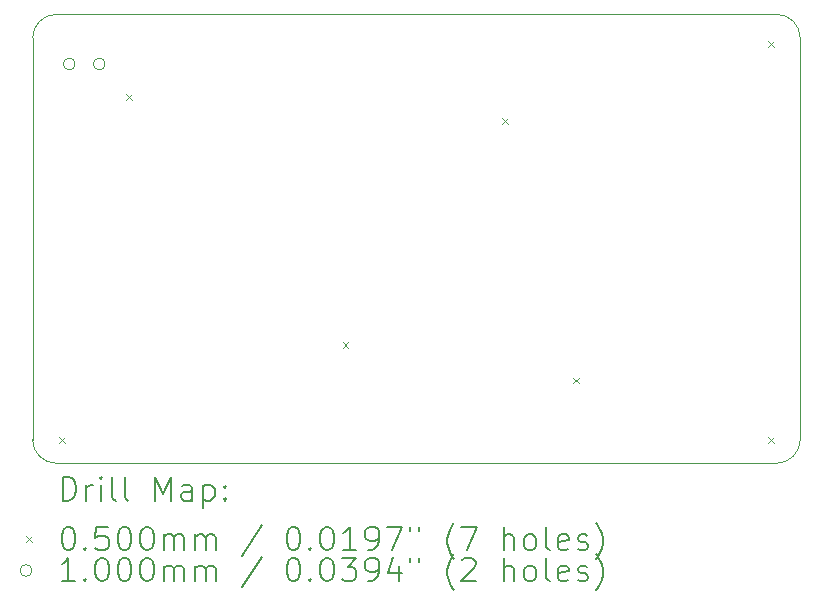
<source format=gbr>
%TF.GenerationSoftware,KiCad,Pcbnew,7.0.11*%
%TF.CreationDate,2024-11-27T22:18:02+00:00*%
%TF.ProjectId,project_x_pcb,70726f6a-6563-4745-9f78-5f7063622e6b,rev?*%
%TF.SameCoordinates,Original*%
%TF.FileFunction,Drillmap*%
%TF.FilePolarity,Positive*%
%FSLAX45Y45*%
G04 Gerber Fmt 4.5, Leading zero omitted, Abs format (unit mm)*
G04 Created by KiCad (PCBNEW 7.0.11) date 2024-11-27 22:18:02*
%MOMM*%
%LPD*%
G01*
G04 APERTURE LIST*
%ADD10C,0.100000*%
%ADD11C,0.200000*%
G04 APERTURE END LIST*
D10*
X6400000Y-8800000D02*
G75*
G03*
X6600000Y-9000000I200000J0D01*
G01*
X12900000Y-5400000D02*
G75*
G03*
X12700000Y-5200000I-200000J0D01*
G01*
X6400000Y-8800000D02*
X6400000Y-5400000D01*
X6600000Y-5200000D02*
G75*
G03*
X6400000Y-5400000I0J-200000D01*
G01*
X12900000Y-5400000D02*
X12900000Y-8800000D01*
X12700000Y-9000000D02*
X6600000Y-9000000D01*
X12700000Y-9000000D02*
G75*
G03*
X12900000Y-8800000I0J200000D01*
G01*
X6600000Y-5200000D02*
X12700000Y-5200000D01*
D11*
D10*
X6625000Y-8775000D02*
X6675000Y-8825000D01*
X6675000Y-8775000D02*
X6625000Y-8825000D01*
X7194000Y-5875000D02*
X7244000Y-5925000D01*
X7244000Y-5875000D02*
X7194000Y-5925000D01*
X9025000Y-7975000D02*
X9075000Y-8025000D01*
X9075000Y-7975000D02*
X9025000Y-8025000D01*
X10375000Y-6075000D02*
X10425000Y-6125000D01*
X10425000Y-6075000D02*
X10375000Y-6125000D01*
X10975000Y-8275000D02*
X11025000Y-8325000D01*
X11025000Y-8275000D02*
X10975000Y-8325000D01*
X12625000Y-5425000D02*
X12675000Y-5475000D01*
X12675000Y-5425000D02*
X12625000Y-5475000D01*
X12625000Y-8775000D02*
X12675000Y-8825000D01*
X12675000Y-8775000D02*
X12625000Y-8825000D01*
X6760000Y-5620000D02*
G75*
G03*
X6660000Y-5620000I-50000J0D01*
G01*
X6660000Y-5620000D02*
G75*
G03*
X6760000Y-5620000I50000J0D01*
G01*
X7014000Y-5620000D02*
G75*
G03*
X6914000Y-5620000I-50000J0D01*
G01*
X6914000Y-5620000D02*
G75*
G03*
X7014000Y-5620000I50000J0D01*
G01*
D11*
X6655777Y-9316484D02*
X6655777Y-9116484D01*
X6655777Y-9116484D02*
X6703396Y-9116484D01*
X6703396Y-9116484D02*
X6731967Y-9126008D01*
X6731967Y-9126008D02*
X6751015Y-9145055D01*
X6751015Y-9145055D02*
X6760539Y-9164103D01*
X6760539Y-9164103D02*
X6770062Y-9202198D01*
X6770062Y-9202198D02*
X6770062Y-9230770D01*
X6770062Y-9230770D02*
X6760539Y-9268865D01*
X6760539Y-9268865D02*
X6751015Y-9287912D01*
X6751015Y-9287912D02*
X6731967Y-9306960D01*
X6731967Y-9306960D02*
X6703396Y-9316484D01*
X6703396Y-9316484D02*
X6655777Y-9316484D01*
X6855777Y-9316484D02*
X6855777Y-9183150D01*
X6855777Y-9221246D02*
X6865301Y-9202198D01*
X6865301Y-9202198D02*
X6874824Y-9192674D01*
X6874824Y-9192674D02*
X6893872Y-9183150D01*
X6893872Y-9183150D02*
X6912920Y-9183150D01*
X6979586Y-9316484D02*
X6979586Y-9183150D01*
X6979586Y-9116484D02*
X6970062Y-9126008D01*
X6970062Y-9126008D02*
X6979586Y-9135531D01*
X6979586Y-9135531D02*
X6989110Y-9126008D01*
X6989110Y-9126008D02*
X6979586Y-9116484D01*
X6979586Y-9116484D02*
X6979586Y-9135531D01*
X7103396Y-9316484D02*
X7084348Y-9306960D01*
X7084348Y-9306960D02*
X7074824Y-9287912D01*
X7074824Y-9287912D02*
X7074824Y-9116484D01*
X7208158Y-9316484D02*
X7189110Y-9306960D01*
X7189110Y-9306960D02*
X7179586Y-9287912D01*
X7179586Y-9287912D02*
X7179586Y-9116484D01*
X7436729Y-9316484D02*
X7436729Y-9116484D01*
X7436729Y-9116484D02*
X7503396Y-9259341D01*
X7503396Y-9259341D02*
X7570062Y-9116484D01*
X7570062Y-9116484D02*
X7570062Y-9316484D01*
X7751015Y-9316484D02*
X7751015Y-9211722D01*
X7751015Y-9211722D02*
X7741491Y-9192674D01*
X7741491Y-9192674D02*
X7722443Y-9183150D01*
X7722443Y-9183150D02*
X7684348Y-9183150D01*
X7684348Y-9183150D02*
X7665301Y-9192674D01*
X7751015Y-9306960D02*
X7731967Y-9316484D01*
X7731967Y-9316484D02*
X7684348Y-9316484D01*
X7684348Y-9316484D02*
X7665301Y-9306960D01*
X7665301Y-9306960D02*
X7655777Y-9287912D01*
X7655777Y-9287912D02*
X7655777Y-9268865D01*
X7655777Y-9268865D02*
X7665301Y-9249817D01*
X7665301Y-9249817D02*
X7684348Y-9240293D01*
X7684348Y-9240293D02*
X7731967Y-9240293D01*
X7731967Y-9240293D02*
X7751015Y-9230770D01*
X7846253Y-9183150D02*
X7846253Y-9383150D01*
X7846253Y-9192674D02*
X7865301Y-9183150D01*
X7865301Y-9183150D02*
X7903396Y-9183150D01*
X7903396Y-9183150D02*
X7922443Y-9192674D01*
X7922443Y-9192674D02*
X7931967Y-9202198D01*
X7931967Y-9202198D02*
X7941491Y-9221246D01*
X7941491Y-9221246D02*
X7941491Y-9278389D01*
X7941491Y-9278389D02*
X7931967Y-9297436D01*
X7931967Y-9297436D02*
X7922443Y-9306960D01*
X7922443Y-9306960D02*
X7903396Y-9316484D01*
X7903396Y-9316484D02*
X7865301Y-9316484D01*
X7865301Y-9316484D02*
X7846253Y-9306960D01*
X8027205Y-9297436D02*
X8036729Y-9306960D01*
X8036729Y-9306960D02*
X8027205Y-9316484D01*
X8027205Y-9316484D02*
X8017682Y-9306960D01*
X8017682Y-9306960D02*
X8027205Y-9297436D01*
X8027205Y-9297436D02*
X8027205Y-9316484D01*
X8027205Y-9192674D02*
X8036729Y-9202198D01*
X8036729Y-9202198D02*
X8027205Y-9211722D01*
X8027205Y-9211722D02*
X8017682Y-9202198D01*
X8017682Y-9202198D02*
X8027205Y-9192674D01*
X8027205Y-9192674D02*
X8027205Y-9211722D01*
D10*
X6345000Y-9620000D02*
X6395000Y-9670000D01*
X6395000Y-9620000D02*
X6345000Y-9670000D01*
D11*
X6693872Y-9536484D02*
X6712920Y-9536484D01*
X6712920Y-9536484D02*
X6731967Y-9546008D01*
X6731967Y-9546008D02*
X6741491Y-9555531D01*
X6741491Y-9555531D02*
X6751015Y-9574579D01*
X6751015Y-9574579D02*
X6760539Y-9612674D01*
X6760539Y-9612674D02*
X6760539Y-9660293D01*
X6760539Y-9660293D02*
X6751015Y-9698389D01*
X6751015Y-9698389D02*
X6741491Y-9717436D01*
X6741491Y-9717436D02*
X6731967Y-9726960D01*
X6731967Y-9726960D02*
X6712920Y-9736484D01*
X6712920Y-9736484D02*
X6693872Y-9736484D01*
X6693872Y-9736484D02*
X6674824Y-9726960D01*
X6674824Y-9726960D02*
X6665301Y-9717436D01*
X6665301Y-9717436D02*
X6655777Y-9698389D01*
X6655777Y-9698389D02*
X6646253Y-9660293D01*
X6646253Y-9660293D02*
X6646253Y-9612674D01*
X6646253Y-9612674D02*
X6655777Y-9574579D01*
X6655777Y-9574579D02*
X6665301Y-9555531D01*
X6665301Y-9555531D02*
X6674824Y-9546008D01*
X6674824Y-9546008D02*
X6693872Y-9536484D01*
X6846253Y-9717436D02*
X6855777Y-9726960D01*
X6855777Y-9726960D02*
X6846253Y-9736484D01*
X6846253Y-9736484D02*
X6836729Y-9726960D01*
X6836729Y-9726960D02*
X6846253Y-9717436D01*
X6846253Y-9717436D02*
X6846253Y-9736484D01*
X7036729Y-9536484D02*
X6941491Y-9536484D01*
X6941491Y-9536484D02*
X6931967Y-9631722D01*
X6931967Y-9631722D02*
X6941491Y-9622198D01*
X6941491Y-9622198D02*
X6960539Y-9612674D01*
X6960539Y-9612674D02*
X7008158Y-9612674D01*
X7008158Y-9612674D02*
X7027205Y-9622198D01*
X7027205Y-9622198D02*
X7036729Y-9631722D01*
X7036729Y-9631722D02*
X7046253Y-9650770D01*
X7046253Y-9650770D02*
X7046253Y-9698389D01*
X7046253Y-9698389D02*
X7036729Y-9717436D01*
X7036729Y-9717436D02*
X7027205Y-9726960D01*
X7027205Y-9726960D02*
X7008158Y-9736484D01*
X7008158Y-9736484D02*
X6960539Y-9736484D01*
X6960539Y-9736484D02*
X6941491Y-9726960D01*
X6941491Y-9726960D02*
X6931967Y-9717436D01*
X7170062Y-9536484D02*
X7189110Y-9536484D01*
X7189110Y-9536484D02*
X7208158Y-9546008D01*
X7208158Y-9546008D02*
X7217682Y-9555531D01*
X7217682Y-9555531D02*
X7227205Y-9574579D01*
X7227205Y-9574579D02*
X7236729Y-9612674D01*
X7236729Y-9612674D02*
X7236729Y-9660293D01*
X7236729Y-9660293D02*
X7227205Y-9698389D01*
X7227205Y-9698389D02*
X7217682Y-9717436D01*
X7217682Y-9717436D02*
X7208158Y-9726960D01*
X7208158Y-9726960D02*
X7189110Y-9736484D01*
X7189110Y-9736484D02*
X7170062Y-9736484D01*
X7170062Y-9736484D02*
X7151015Y-9726960D01*
X7151015Y-9726960D02*
X7141491Y-9717436D01*
X7141491Y-9717436D02*
X7131967Y-9698389D01*
X7131967Y-9698389D02*
X7122443Y-9660293D01*
X7122443Y-9660293D02*
X7122443Y-9612674D01*
X7122443Y-9612674D02*
X7131967Y-9574579D01*
X7131967Y-9574579D02*
X7141491Y-9555531D01*
X7141491Y-9555531D02*
X7151015Y-9546008D01*
X7151015Y-9546008D02*
X7170062Y-9536484D01*
X7360539Y-9536484D02*
X7379586Y-9536484D01*
X7379586Y-9536484D02*
X7398634Y-9546008D01*
X7398634Y-9546008D02*
X7408158Y-9555531D01*
X7408158Y-9555531D02*
X7417682Y-9574579D01*
X7417682Y-9574579D02*
X7427205Y-9612674D01*
X7427205Y-9612674D02*
X7427205Y-9660293D01*
X7427205Y-9660293D02*
X7417682Y-9698389D01*
X7417682Y-9698389D02*
X7408158Y-9717436D01*
X7408158Y-9717436D02*
X7398634Y-9726960D01*
X7398634Y-9726960D02*
X7379586Y-9736484D01*
X7379586Y-9736484D02*
X7360539Y-9736484D01*
X7360539Y-9736484D02*
X7341491Y-9726960D01*
X7341491Y-9726960D02*
X7331967Y-9717436D01*
X7331967Y-9717436D02*
X7322443Y-9698389D01*
X7322443Y-9698389D02*
X7312920Y-9660293D01*
X7312920Y-9660293D02*
X7312920Y-9612674D01*
X7312920Y-9612674D02*
X7322443Y-9574579D01*
X7322443Y-9574579D02*
X7331967Y-9555531D01*
X7331967Y-9555531D02*
X7341491Y-9546008D01*
X7341491Y-9546008D02*
X7360539Y-9536484D01*
X7512920Y-9736484D02*
X7512920Y-9603150D01*
X7512920Y-9622198D02*
X7522443Y-9612674D01*
X7522443Y-9612674D02*
X7541491Y-9603150D01*
X7541491Y-9603150D02*
X7570063Y-9603150D01*
X7570063Y-9603150D02*
X7589110Y-9612674D01*
X7589110Y-9612674D02*
X7598634Y-9631722D01*
X7598634Y-9631722D02*
X7598634Y-9736484D01*
X7598634Y-9631722D02*
X7608158Y-9612674D01*
X7608158Y-9612674D02*
X7627205Y-9603150D01*
X7627205Y-9603150D02*
X7655777Y-9603150D01*
X7655777Y-9603150D02*
X7674824Y-9612674D01*
X7674824Y-9612674D02*
X7684348Y-9631722D01*
X7684348Y-9631722D02*
X7684348Y-9736484D01*
X7779586Y-9736484D02*
X7779586Y-9603150D01*
X7779586Y-9622198D02*
X7789110Y-9612674D01*
X7789110Y-9612674D02*
X7808158Y-9603150D01*
X7808158Y-9603150D02*
X7836729Y-9603150D01*
X7836729Y-9603150D02*
X7855777Y-9612674D01*
X7855777Y-9612674D02*
X7865301Y-9631722D01*
X7865301Y-9631722D02*
X7865301Y-9736484D01*
X7865301Y-9631722D02*
X7874824Y-9612674D01*
X7874824Y-9612674D02*
X7893872Y-9603150D01*
X7893872Y-9603150D02*
X7922443Y-9603150D01*
X7922443Y-9603150D02*
X7941491Y-9612674D01*
X7941491Y-9612674D02*
X7951015Y-9631722D01*
X7951015Y-9631722D02*
X7951015Y-9736484D01*
X8341491Y-9526960D02*
X8170063Y-9784103D01*
X8598634Y-9536484D02*
X8617682Y-9536484D01*
X8617682Y-9536484D02*
X8636729Y-9546008D01*
X8636729Y-9546008D02*
X8646253Y-9555531D01*
X8646253Y-9555531D02*
X8655777Y-9574579D01*
X8655777Y-9574579D02*
X8665301Y-9612674D01*
X8665301Y-9612674D02*
X8665301Y-9660293D01*
X8665301Y-9660293D02*
X8655777Y-9698389D01*
X8655777Y-9698389D02*
X8646253Y-9717436D01*
X8646253Y-9717436D02*
X8636729Y-9726960D01*
X8636729Y-9726960D02*
X8617682Y-9736484D01*
X8617682Y-9736484D02*
X8598634Y-9736484D01*
X8598634Y-9736484D02*
X8579587Y-9726960D01*
X8579587Y-9726960D02*
X8570063Y-9717436D01*
X8570063Y-9717436D02*
X8560539Y-9698389D01*
X8560539Y-9698389D02*
X8551015Y-9660293D01*
X8551015Y-9660293D02*
X8551015Y-9612674D01*
X8551015Y-9612674D02*
X8560539Y-9574579D01*
X8560539Y-9574579D02*
X8570063Y-9555531D01*
X8570063Y-9555531D02*
X8579587Y-9546008D01*
X8579587Y-9546008D02*
X8598634Y-9536484D01*
X8751015Y-9717436D02*
X8760539Y-9726960D01*
X8760539Y-9726960D02*
X8751015Y-9736484D01*
X8751015Y-9736484D02*
X8741491Y-9726960D01*
X8741491Y-9726960D02*
X8751015Y-9717436D01*
X8751015Y-9717436D02*
X8751015Y-9736484D01*
X8884348Y-9536484D02*
X8903396Y-9536484D01*
X8903396Y-9536484D02*
X8922444Y-9546008D01*
X8922444Y-9546008D02*
X8931968Y-9555531D01*
X8931968Y-9555531D02*
X8941491Y-9574579D01*
X8941491Y-9574579D02*
X8951015Y-9612674D01*
X8951015Y-9612674D02*
X8951015Y-9660293D01*
X8951015Y-9660293D02*
X8941491Y-9698389D01*
X8941491Y-9698389D02*
X8931968Y-9717436D01*
X8931968Y-9717436D02*
X8922444Y-9726960D01*
X8922444Y-9726960D02*
X8903396Y-9736484D01*
X8903396Y-9736484D02*
X8884348Y-9736484D01*
X8884348Y-9736484D02*
X8865301Y-9726960D01*
X8865301Y-9726960D02*
X8855777Y-9717436D01*
X8855777Y-9717436D02*
X8846253Y-9698389D01*
X8846253Y-9698389D02*
X8836729Y-9660293D01*
X8836729Y-9660293D02*
X8836729Y-9612674D01*
X8836729Y-9612674D02*
X8846253Y-9574579D01*
X8846253Y-9574579D02*
X8855777Y-9555531D01*
X8855777Y-9555531D02*
X8865301Y-9546008D01*
X8865301Y-9546008D02*
X8884348Y-9536484D01*
X9141491Y-9736484D02*
X9027206Y-9736484D01*
X9084348Y-9736484D02*
X9084348Y-9536484D01*
X9084348Y-9536484D02*
X9065301Y-9565055D01*
X9065301Y-9565055D02*
X9046253Y-9584103D01*
X9046253Y-9584103D02*
X9027206Y-9593627D01*
X9236729Y-9736484D02*
X9274825Y-9736484D01*
X9274825Y-9736484D02*
X9293872Y-9726960D01*
X9293872Y-9726960D02*
X9303396Y-9717436D01*
X9303396Y-9717436D02*
X9322444Y-9688865D01*
X9322444Y-9688865D02*
X9331968Y-9650770D01*
X9331968Y-9650770D02*
X9331968Y-9574579D01*
X9331968Y-9574579D02*
X9322444Y-9555531D01*
X9322444Y-9555531D02*
X9312920Y-9546008D01*
X9312920Y-9546008D02*
X9293872Y-9536484D01*
X9293872Y-9536484D02*
X9255777Y-9536484D01*
X9255777Y-9536484D02*
X9236729Y-9546008D01*
X9236729Y-9546008D02*
X9227206Y-9555531D01*
X9227206Y-9555531D02*
X9217682Y-9574579D01*
X9217682Y-9574579D02*
X9217682Y-9622198D01*
X9217682Y-9622198D02*
X9227206Y-9641246D01*
X9227206Y-9641246D02*
X9236729Y-9650770D01*
X9236729Y-9650770D02*
X9255777Y-9660293D01*
X9255777Y-9660293D02*
X9293872Y-9660293D01*
X9293872Y-9660293D02*
X9312920Y-9650770D01*
X9312920Y-9650770D02*
X9322444Y-9641246D01*
X9322444Y-9641246D02*
X9331968Y-9622198D01*
X9398634Y-9536484D02*
X9531968Y-9536484D01*
X9531968Y-9536484D02*
X9446253Y-9736484D01*
X9598634Y-9536484D02*
X9598634Y-9574579D01*
X9674825Y-9536484D02*
X9674825Y-9574579D01*
X9970063Y-9812674D02*
X9960539Y-9803150D01*
X9960539Y-9803150D02*
X9941491Y-9774579D01*
X9941491Y-9774579D02*
X9931968Y-9755531D01*
X9931968Y-9755531D02*
X9922444Y-9726960D01*
X9922444Y-9726960D02*
X9912920Y-9679341D01*
X9912920Y-9679341D02*
X9912920Y-9641246D01*
X9912920Y-9641246D02*
X9922444Y-9593627D01*
X9922444Y-9593627D02*
X9931968Y-9565055D01*
X9931968Y-9565055D02*
X9941491Y-9546008D01*
X9941491Y-9546008D02*
X9960539Y-9517436D01*
X9960539Y-9517436D02*
X9970063Y-9507912D01*
X10027206Y-9536484D02*
X10160539Y-9536484D01*
X10160539Y-9536484D02*
X10074825Y-9736484D01*
X10389111Y-9736484D02*
X10389111Y-9536484D01*
X10474825Y-9736484D02*
X10474825Y-9631722D01*
X10474825Y-9631722D02*
X10465301Y-9612674D01*
X10465301Y-9612674D02*
X10446253Y-9603150D01*
X10446253Y-9603150D02*
X10417682Y-9603150D01*
X10417682Y-9603150D02*
X10398634Y-9612674D01*
X10398634Y-9612674D02*
X10389111Y-9622198D01*
X10598634Y-9736484D02*
X10579587Y-9726960D01*
X10579587Y-9726960D02*
X10570063Y-9717436D01*
X10570063Y-9717436D02*
X10560539Y-9698389D01*
X10560539Y-9698389D02*
X10560539Y-9641246D01*
X10560539Y-9641246D02*
X10570063Y-9622198D01*
X10570063Y-9622198D02*
X10579587Y-9612674D01*
X10579587Y-9612674D02*
X10598634Y-9603150D01*
X10598634Y-9603150D02*
X10627206Y-9603150D01*
X10627206Y-9603150D02*
X10646253Y-9612674D01*
X10646253Y-9612674D02*
X10655777Y-9622198D01*
X10655777Y-9622198D02*
X10665301Y-9641246D01*
X10665301Y-9641246D02*
X10665301Y-9698389D01*
X10665301Y-9698389D02*
X10655777Y-9717436D01*
X10655777Y-9717436D02*
X10646253Y-9726960D01*
X10646253Y-9726960D02*
X10627206Y-9736484D01*
X10627206Y-9736484D02*
X10598634Y-9736484D01*
X10779587Y-9736484D02*
X10760539Y-9726960D01*
X10760539Y-9726960D02*
X10751015Y-9707912D01*
X10751015Y-9707912D02*
X10751015Y-9536484D01*
X10931968Y-9726960D02*
X10912920Y-9736484D01*
X10912920Y-9736484D02*
X10874825Y-9736484D01*
X10874825Y-9736484D02*
X10855777Y-9726960D01*
X10855777Y-9726960D02*
X10846253Y-9707912D01*
X10846253Y-9707912D02*
X10846253Y-9631722D01*
X10846253Y-9631722D02*
X10855777Y-9612674D01*
X10855777Y-9612674D02*
X10874825Y-9603150D01*
X10874825Y-9603150D02*
X10912920Y-9603150D01*
X10912920Y-9603150D02*
X10931968Y-9612674D01*
X10931968Y-9612674D02*
X10941492Y-9631722D01*
X10941492Y-9631722D02*
X10941492Y-9650770D01*
X10941492Y-9650770D02*
X10846253Y-9669817D01*
X11017682Y-9726960D02*
X11036730Y-9736484D01*
X11036730Y-9736484D02*
X11074825Y-9736484D01*
X11074825Y-9736484D02*
X11093873Y-9726960D01*
X11093873Y-9726960D02*
X11103396Y-9707912D01*
X11103396Y-9707912D02*
X11103396Y-9698389D01*
X11103396Y-9698389D02*
X11093873Y-9679341D01*
X11093873Y-9679341D02*
X11074825Y-9669817D01*
X11074825Y-9669817D02*
X11046253Y-9669817D01*
X11046253Y-9669817D02*
X11027206Y-9660293D01*
X11027206Y-9660293D02*
X11017682Y-9641246D01*
X11017682Y-9641246D02*
X11017682Y-9631722D01*
X11017682Y-9631722D02*
X11027206Y-9612674D01*
X11027206Y-9612674D02*
X11046253Y-9603150D01*
X11046253Y-9603150D02*
X11074825Y-9603150D01*
X11074825Y-9603150D02*
X11093873Y-9612674D01*
X11170063Y-9812674D02*
X11179587Y-9803150D01*
X11179587Y-9803150D02*
X11198634Y-9774579D01*
X11198634Y-9774579D02*
X11208158Y-9755531D01*
X11208158Y-9755531D02*
X11217682Y-9726960D01*
X11217682Y-9726960D02*
X11227206Y-9679341D01*
X11227206Y-9679341D02*
X11227206Y-9641246D01*
X11227206Y-9641246D02*
X11217682Y-9593627D01*
X11217682Y-9593627D02*
X11208158Y-9565055D01*
X11208158Y-9565055D02*
X11198634Y-9546008D01*
X11198634Y-9546008D02*
X11179587Y-9517436D01*
X11179587Y-9517436D02*
X11170063Y-9507912D01*
D10*
X6395000Y-9909000D02*
G75*
G03*
X6295000Y-9909000I-50000J0D01*
G01*
X6295000Y-9909000D02*
G75*
G03*
X6395000Y-9909000I50000J0D01*
G01*
D11*
X6760539Y-10000484D02*
X6646253Y-10000484D01*
X6703396Y-10000484D02*
X6703396Y-9800484D01*
X6703396Y-9800484D02*
X6684348Y-9829055D01*
X6684348Y-9829055D02*
X6665301Y-9848103D01*
X6665301Y-9848103D02*
X6646253Y-9857627D01*
X6846253Y-9981436D02*
X6855777Y-9990960D01*
X6855777Y-9990960D02*
X6846253Y-10000484D01*
X6846253Y-10000484D02*
X6836729Y-9990960D01*
X6836729Y-9990960D02*
X6846253Y-9981436D01*
X6846253Y-9981436D02*
X6846253Y-10000484D01*
X6979586Y-9800484D02*
X6998634Y-9800484D01*
X6998634Y-9800484D02*
X7017682Y-9810008D01*
X7017682Y-9810008D02*
X7027205Y-9819531D01*
X7027205Y-9819531D02*
X7036729Y-9838579D01*
X7036729Y-9838579D02*
X7046253Y-9876674D01*
X7046253Y-9876674D02*
X7046253Y-9924293D01*
X7046253Y-9924293D02*
X7036729Y-9962389D01*
X7036729Y-9962389D02*
X7027205Y-9981436D01*
X7027205Y-9981436D02*
X7017682Y-9990960D01*
X7017682Y-9990960D02*
X6998634Y-10000484D01*
X6998634Y-10000484D02*
X6979586Y-10000484D01*
X6979586Y-10000484D02*
X6960539Y-9990960D01*
X6960539Y-9990960D02*
X6951015Y-9981436D01*
X6951015Y-9981436D02*
X6941491Y-9962389D01*
X6941491Y-9962389D02*
X6931967Y-9924293D01*
X6931967Y-9924293D02*
X6931967Y-9876674D01*
X6931967Y-9876674D02*
X6941491Y-9838579D01*
X6941491Y-9838579D02*
X6951015Y-9819531D01*
X6951015Y-9819531D02*
X6960539Y-9810008D01*
X6960539Y-9810008D02*
X6979586Y-9800484D01*
X7170062Y-9800484D02*
X7189110Y-9800484D01*
X7189110Y-9800484D02*
X7208158Y-9810008D01*
X7208158Y-9810008D02*
X7217682Y-9819531D01*
X7217682Y-9819531D02*
X7227205Y-9838579D01*
X7227205Y-9838579D02*
X7236729Y-9876674D01*
X7236729Y-9876674D02*
X7236729Y-9924293D01*
X7236729Y-9924293D02*
X7227205Y-9962389D01*
X7227205Y-9962389D02*
X7217682Y-9981436D01*
X7217682Y-9981436D02*
X7208158Y-9990960D01*
X7208158Y-9990960D02*
X7189110Y-10000484D01*
X7189110Y-10000484D02*
X7170062Y-10000484D01*
X7170062Y-10000484D02*
X7151015Y-9990960D01*
X7151015Y-9990960D02*
X7141491Y-9981436D01*
X7141491Y-9981436D02*
X7131967Y-9962389D01*
X7131967Y-9962389D02*
X7122443Y-9924293D01*
X7122443Y-9924293D02*
X7122443Y-9876674D01*
X7122443Y-9876674D02*
X7131967Y-9838579D01*
X7131967Y-9838579D02*
X7141491Y-9819531D01*
X7141491Y-9819531D02*
X7151015Y-9810008D01*
X7151015Y-9810008D02*
X7170062Y-9800484D01*
X7360539Y-9800484D02*
X7379586Y-9800484D01*
X7379586Y-9800484D02*
X7398634Y-9810008D01*
X7398634Y-9810008D02*
X7408158Y-9819531D01*
X7408158Y-9819531D02*
X7417682Y-9838579D01*
X7417682Y-9838579D02*
X7427205Y-9876674D01*
X7427205Y-9876674D02*
X7427205Y-9924293D01*
X7427205Y-9924293D02*
X7417682Y-9962389D01*
X7417682Y-9962389D02*
X7408158Y-9981436D01*
X7408158Y-9981436D02*
X7398634Y-9990960D01*
X7398634Y-9990960D02*
X7379586Y-10000484D01*
X7379586Y-10000484D02*
X7360539Y-10000484D01*
X7360539Y-10000484D02*
X7341491Y-9990960D01*
X7341491Y-9990960D02*
X7331967Y-9981436D01*
X7331967Y-9981436D02*
X7322443Y-9962389D01*
X7322443Y-9962389D02*
X7312920Y-9924293D01*
X7312920Y-9924293D02*
X7312920Y-9876674D01*
X7312920Y-9876674D02*
X7322443Y-9838579D01*
X7322443Y-9838579D02*
X7331967Y-9819531D01*
X7331967Y-9819531D02*
X7341491Y-9810008D01*
X7341491Y-9810008D02*
X7360539Y-9800484D01*
X7512920Y-10000484D02*
X7512920Y-9867150D01*
X7512920Y-9886198D02*
X7522443Y-9876674D01*
X7522443Y-9876674D02*
X7541491Y-9867150D01*
X7541491Y-9867150D02*
X7570063Y-9867150D01*
X7570063Y-9867150D02*
X7589110Y-9876674D01*
X7589110Y-9876674D02*
X7598634Y-9895722D01*
X7598634Y-9895722D02*
X7598634Y-10000484D01*
X7598634Y-9895722D02*
X7608158Y-9876674D01*
X7608158Y-9876674D02*
X7627205Y-9867150D01*
X7627205Y-9867150D02*
X7655777Y-9867150D01*
X7655777Y-9867150D02*
X7674824Y-9876674D01*
X7674824Y-9876674D02*
X7684348Y-9895722D01*
X7684348Y-9895722D02*
X7684348Y-10000484D01*
X7779586Y-10000484D02*
X7779586Y-9867150D01*
X7779586Y-9886198D02*
X7789110Y-9876674D01*
X7789110Y-9876674D02*
X7808158Y-9867150D01*
X7808158Y-9867150D02*
X7836729Y-9867150D01*
X7836729Y-9867150D02*
X7855777Y-9876674D01*
X7855777Y-9876674D02*
X7865301Y-9895722D01*
X7865301Y-9895722D02*
X7865301Y-10000484D01*
X7865301Y-9895722D02*
X7874824Y-9876674D01*
X7874824Y-9876674D02*
X7893872Y-9867150D01*
X7893872Y-9867150D02*
X7922443Y-9867150D01*
X7922443Y-9867150D02*
X7941491Y-9876674D01*
X7941491Y-9876674D02*
X7951015Y-9895722D01*
X7951015Y-9895722D02*
X7951015Y-10000484D01*
X8341491Y-9790960D02*
X8170063Y-10048103D01*
X8598634Y-9800484D02*
X8617682Y-9800484D01*
X8617682Y-9800484D02*
X8636729Y-9810008D01*
X8636729Y-9810008D02*
X8646253Y-9819531D01*
X8646253Y-9819531D02*
X8655777Y-9838579D01*
X8655777Y-9838579D02*
X8665301Y-9876674D01*
X8665301Y-9876674D02*
X8665301Y-9924293D01*
X8665301Y-9924293D02*
X8655777Y-9962389D01*
X8655777Y-9962389D02*
X8646253Y-9981436D01*
X8646253Y-9981436D02*
X8636729Y-9990960D01*
X8636729Y-9990960D02*
X8617682Y-10000484D01*
X8617682Y-10000484D02*
X8598634Y-10000484D01*
X8598634Y-10000484D02*
X8579587Y-9990960D01*
X8579587Y-9990960D02*
X8570063Y-9981436D01*
X8570063Y-9981436D02*
X8560539Y-9962389D01*
X8560539Y-9962389D02*
X8551015Y-9924293D01*
X8551015Y-9924293D02*
X8551015Y-9876674D01*
X8551015Y-9876674D02*
X8560539Y-9838579D01*
X8560539Y-9838579D02*
X8570063Y-9819531D01*
X8570063Y-9819531D02*
X8579587Y-9810008D01*
X8579587Y-9810008D02*
X8598634Y-9800484D01*
X8751015Y-9981436D02*
X8760539Y-9990960D01*
X8760539Y-9990960D02*
X8751015Y-10000484D01*
X8751015Y-10000484D02*
X8741491Y-9990960D01*
X8741491Y-9990960D02*
X8751015Y-9981436D01*
X8751015Y-9981436D02*
X8751015Y-10000484D01*
X8884348Y-9800484D02*
X8903396Y-9800484D01*
X8903396Y-9800484D02*
X8922444Y-9810008D01*
X8922444Y-9810008D02*
X8931968Y-9819531D01*
X8931968Y-9819531D02*
X8941491Y-9838579D01*
X8941491Y-9838579D02*
X8951015Y-9876674D01*
X8951015Y-9876674D02*
X8951015Y-9924293D01*
X8951015Y-9924293D02*
X8941491Y-9962389D01*
X8941491Y-9962389D02*
X8931968Y-9981436D01*
X8931968Y-9981436D02*
X8922444Y-9990960D01*
X8922444Y-9990960D02*
X8903396Y-10000484D01*
X8903396Y-10000484D02*
X8884348Y-10000484D01*
X8884348Y-10000484D02*
X8865301Y-9990960D01*
X8865301Y-9990960D02*
X8855777Y-9981436D01*
X8855777Y-9981436D02*
X8846253Y-9962389D01*
X8846253Y-9962389D02*
X8836729Y-9924293D01*
X8836729Y-9924293D02*
X8836729Y-9876674D01*
X8836729Y-9876674D02*
X8846253Y-9838579D01*
X8846253Y-9838579D02*
X8855777Y-9819531D01*
X8855777Y-9819531D02*
X8865301Y-9810008D01*
X8865301Y-9810008D02*
X8884348Y-9800484D01*
X9017682Y-9800484D02*
X9141491Y-9800484D01*
X9141491Y-9800484D02*
X9074825Y-9876674D01*
X9074825Y-9876674D02*
X9103396Y-9876674D01*
X9103396Y-9876674D02*
X9122444Y-9886198D01*
X9122444Y-9886198D02*
X9131968Y-9895722D01*
X9131968Y-9895722D02*
X9141491Y-9914770D01*
X9141491Y-9914770D02*
X9141491Y-9962389D01*
X9141491Y-9962389D02*
X9131968Y-9981436D01*
X9131968Y-9981436D02*
X9122444Y-9990960D01*
X9122444Y-9990960D02*
X9103396Y-10000484D01*
X9103396Y-10000484D02*
X9046253Y-10000484D01*
X9046253Y-10000484D02*
X9027206Y-9990960D01*
X9027206Y-9990960D02*
X9017682Y-9981436D01*
X9236729Y-10000484D02*
X9274825Y-10000484D01*
X9274825Y-10000484D02*
X9293872Y-9990960D01*
X9293872Y-9990960D02*
X9303396Y-9981436D01*
X9303396Y-9981436D02*
X9322444Y-9952865D01*
X9322444Y-9952865D02*
X9331968Y-9914770D01*
X9331968Y-9914770D02*
X9331968Y-9838579D01*
X9331968Y-9838579D02*
X9322444Y-9819531D01*
X9322444Y-9819531D02*
X9312920Y-9810008D01*
X9312920Y-9810008D02*
X9293872Y-9800484D01*
X9293872Y-9800484D02*
X9255777Y-9800484D01*
X9255777Y-9800484D02*
X9236729Y-9810008D01*
X9236729Y-9810008D02*
X9227206Y-9819531D01*
X9227206Y-9819531D02*
X9217682Y-9838579D01*
X9217682Y-9838579D02*
X9217682Y-9886198D01*
X9217682Y-9886198D02*
X9227206Y-9905246D01*
X9227206Y-9905246D02*
X9236729Y-9914770D01*
X9236729Y-9914770D02*
X9255777Y-9924293D01*
X9255777Y-9924293D02*
X9293872Y-9924293D01*
X9293872Y-9924293D02*
X9312920Y-9914770D01*
X9312920Y-9914770D02*
X9322444Y-9905246D01*
X9322444Y-9905246D02*
X9331968Y-9886198D01*
X9503396Y-9867150D02*
X9503396Y-10000484D01*
X9455777Y-9790960D02*
X9408158Y-9933817D01*
X9408158Y-9933817D02*
X9531968Y-9933817D01*
X9598634Y-9800484D02*
X9598634Y-9838579D01*
X9674825Y-9800484D02*
X9674825Y-9838579D01*
X9970063Y-10076674D02*
X9960539Y-10067150D01*
X9960539Y-10067150D02*
X9941491Y-10038579D01*
X9941491Y-10038579D02*
X9931968Y-10019531D01*
X9931968Y-10019531D02*
X9922444Y-9990960D01*
X9922444Y-9990960D02*
X9912920Y-9943341D01*
X9912920Y-9943341D02*
X9912920Y-9905246D01*
X9912920Y-9905246D02*
X9922444Y-9857627D01*
X9922444Y-9857627D02*
X9931968Y-9829055D01*
X9931968Y-9829055D02*
X9941491Y-9810008D01*
X9941491Y-9810008D02*
X9960539Y-9781436D01*
X9960539Y-9781436D02*
X9970063Y-9771912D01*
X10036730Y-9819531D02*
X10046253Y-9810008D01*
X10046253Y-9810008D02*
X10065301Y-9800484D01*
X10065301Y-9800484D02*
X10112920Y-9800484D01*
X10112920Y-9800484D02*
X10131968Y-9810008D01*
X10131968Y-9810008D02*
X10141491Y-9819531D01*
X10141491Y-9819531D02*
X10151015Y-9838579D01*
X10151015Y-9838579D02*
X10151015Y-9857627D01*
X10151015Y-9857627D02*
X10141491Y-9886198D01*
X10141491Y-9886198D02*
X10027206Y-10000484D01*
X10027206Y-10000484D02*
X10151015Y-10000484D01*
X10389111Y-10000484D02*
X10389111Y-9800484D01*
X10474825Y-10000484D02*
X10474825Y-9895722D01*
X10474825Y-9895722D02*
X10465301Y-9876674D01*
X10465301Y-9876674D02*
X10446253Y-9867150D01*
X10446253Y-9867150D02*
X10417682Y-9867150D01*
X10417682Y-9867150D02*
X10398634Y-9876674D01*
X10398634Y-9876674D02*
X10389111Y-9886198D01*
X10598634Y-10000484D02*
X10579587Y-9990960D01*
X10579587Y-9990960D02*
X10570063Y-9981436D01*
X10570063Y-9981436D02*
X10560539Y-9962389D01*
X10560539Y-9962389D02*
X10560539Y-9905246D01*
X10560539Y-9905246D02*
X10570063Y-9886198D01*
X10570063Y-9886198D02*
X10579587Y-9876674D01*
X10579587Y-9876674D02*
X10598634Y-9867150D01*
X10598634Y-9867150D02*
X10627206Y-9867150D01*
X10627206Y-9867150D02*
X10646253Y-9876674D01*
X10646253Y-9876674D02*
X10655777Y-9886198D01*
X10655777Y-9886198D02*
X10665301Y-9905246D01*
X10665301Y-9905246D02*
X10665301Y-9962389D01*
X10665301Y-9962389D02*
X10655777Y-9981436D01*
X10655777Y-9981436D02*
X10646253Y-9990960D01*
X10646253Y-9990960D02*
X10627206Y-10000484D01*
X10627206Y-10000484D02*
X10598634Y-10000484D01*
X10779587Y-10000484D02*
X10760539Y-9990960D01*
X10760539Y-9990960D02*
X10751015Y-9971912D01*
X10751015Y-9971912D02*
X10751015Y-9800484D01*
X10931968Y-9990960D02*
X10912920Y-10000484D01*
X10912920Y-10000484D02*
X10874825Y-10000484D01*
X10874825Y-10000484D02*
X10855777Y-9990960D01*
X10855777Y-9990960D02*
X10846253Y-9971912D01*
X10846253Y-9971912D02*
X10846253Y-9895722D01*
X10846253Y-9895722D02*
X10855777Y-9876674D01*
X10855777Y-9876674D02*
X10874825Y-9867150D01*
X10874825Y-9867150D02*
X10912920Y-9867150D01*
X10912920Y-9867150D02*
X10931968Y-9876674D01*
X10931968Y-9876674D02*
X10941492Y-9895722D01*
X10941492Y-9895722D02*
X10941492Y-9914770D01*
X10941492Y-9914770D02*
X10846253Y-9933817D01*
X11017682Y-9990960D02*
X11036730Y-10000484D01*
X11036730Y-10000484D02*
X11074825Y-10000484D01*
X11074825Y-10000484D02*
X11093873Y-9990960D01*
X11093873Y-9990960D02*
X11103396Y-9971912D01*
X11103396Y-9971912D02*
X11103396Y-9962389D01*
X11103396Y-9962389D02*
X11093873Y-9943341D01*
X11093873Y-9943341D02*
X11074825Y-9933817D01*
X11074825Y-9933817D02*
X11046253Y-9933817D01*
X11046253Y-9933817D02*
X11027206Y-9924293D01*
X11027206Y-9924293D02*
X11017682Y-9905246D01*
X11017682Y-9905246D02*
X11017682Y-9895722D01*
X11017682Y-9895722D02*
X11027206Y-9876674D01*
X11027206Y-9876674D02*
X11046253Y-9867150D01*
X11046253Y-9867150D02*
X11074825Y-9867150D01*
X11074825Y-9867150D02*
X11093873Y-9876674D01*
X11170063Y-10076674D02*
X11179587Y-10067150D01*
X11179587Y-10067150D02*
X11198634Y-10038579D01*
X11198634Y-10038579D02*
X11208158Y-10019531D01*
X11208158Y-10019531D02*
X11217682Y-9990960D01*
X11217682Y-9990960D02*
X11227206Y-9943341D01*
X11227206Y-9943341D02*
X11227206Y-9905246D01*
X11227206Y-9905246D02*
X11217682Y-9857627D01*
X11217682Y-9857627D02*
X11208158Y-9829055D01*
X11208158Y-9829055D02*
X11198634Y-9810008D01*
X11198634Y-9810008D02*
X11179587Y-9781436D01*
X11179587Y-9781436D02*
X11170063Y-9771912D01*
M02*

</source>
